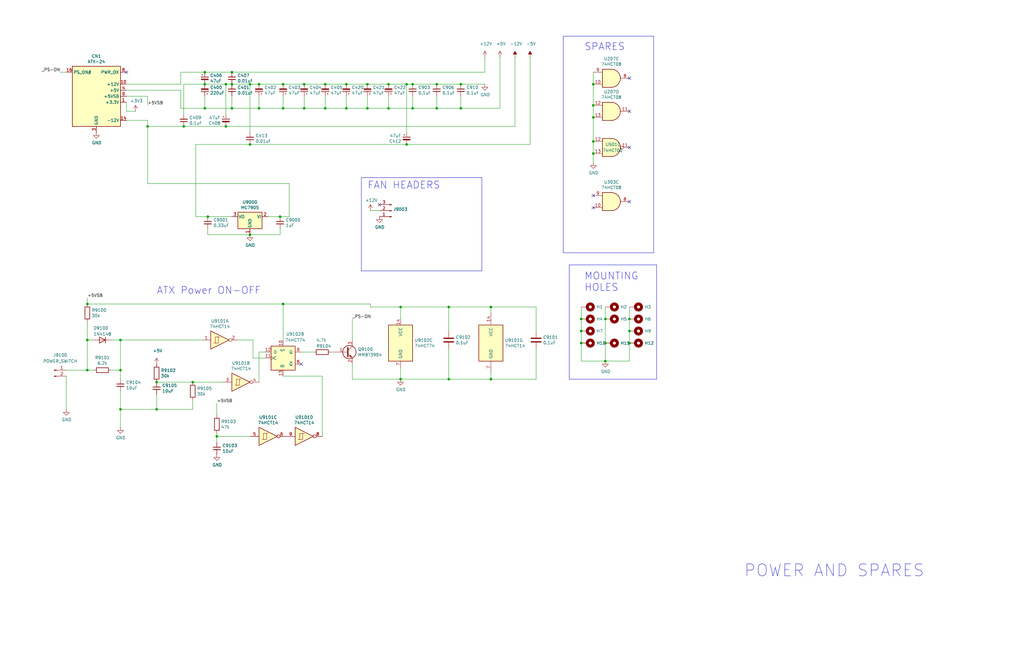
<source format=kicad_sch>
(kicad_sch (version 20231120) (generator "eeschema") (generator_version "8.0")
  (paper "B")
  (title_block (title "Amiga 2000 EATX") (date "2024-06-02") (rev "3.1"))
  (lib_symbols
    (symbol "2000ATX-rescue:+3.3V-power" (power) (pin_names (offset 0))
      (property "Value" "+3.3V-power" (at 0 3.556 0))
      (symbol "+3.3V-power_1_1"
        (pin power_in line (at 0 0 90) (length 0) hide (name "+3V3") (number "1"))
      )
    )
    (symbol "2000ATX-rescue:CP_Small-Device" (pin_numbers hide) (pin_names (offset 0.254) hide)
      (property "Reference" "C" (at 0.254 1.778 0))
      (property "Value" "Device_CP_Small" (at 0.254 -2.032 0))
      (symbol "CP_Small-Device_1_1"
        (pin passive line (at 0 2.54 270) (length 1.8542) (name "~") (number "1"))
        (pin passive line (at 0 -2.54 90) (length 1.8542) (name "~") (number "2"))
      )
    )
    (symbol "2000ATX-rescue:Conn_01x02_Male-Connector" (pin_names (offset 1.016) hide)
      (property "Reference" "J" (at 0 2.54 0))
      (property "Value" "Connector_Conn_01x02_Male" (at 0 -5.08 0))
      (symbol "Conn_01x02_Male-Connector_1_1"
        (pin passive line (at 5.08 0 180) (length 3.81) (name "Pin_1") (number "1"))
        (pin passive line (at 5.08 -2.54 180) (length 3.81) (name "Pin_2") (number "2"))
      )
    )
    (symbol "2000ATX-rescue:Conn_01x03_Male-Connector" (pin_names (offset 1.016) hide)
      (property "Reference" "J" (at 0 5.08 0))
      (property "Value" "Connector_Conn_01x03_Male" (at 0 -5.08 0))
      (symbol "Conn_01x03_Male-Connector_1_1"
        (pin passive line (at 5.08 2.54 180) (length 3.81) (name "Pin_1") (number "1"))
        (pin passive line (at 5.08 0 180) (length 3.81) (name "Pin_2") (number "2"))
        (pin passive line (at 5.08 -2.54 180) (length 3.81) (name "Pin_3") (number "3"))
      )
    )
    (symbol "74xx:74HC14" (pin_names (offset 1.016))
      (property "Reference" "U" (at 0 1.27 0))
      (property "Value" "74HC14" (at 0 -1.27 0))
      (symbol "74HC14_1_0"
        (pin input line (at -7.62 0 0) (length 3.81) (name "~") (number "1"))
        (pin output inverted (at 7.62 0 180) (length 3.81) (name "~") (number "2"))
      )
      (symbol "74HC14_2_0"
        (pin input line (at -7.62 0 0) (length 3.81) (name "~") (number "3"))
        (pin output inverted (at 7.62 0 180) (length 3.81) (name "~") (number "4"))
      )
      (symbol "74HC14_3_0"
        (pin input line (at -7.62 0 0) (length 3.81) (name "~") (number "5"))
        (pin output inverted (at 7.62 0 180) (length 3.81) (name "~") (number "6"))
      )
      (symbol "74HC14_4_0"
        (pin output inverted (at 7.62 0 180) (length 3.81) (name "~") (number "8"))
        (pin input line (at -7.62 0 0) (length 3.81) (name "~") (number "9"))
      )
      (symbol "74HC14_5_0"
        (pin output inverted (at 7.62 0 180) (length 3.81) (name "~") (number "10"))
        (pin input line (at -7.62 0 0) (length 3.81) (name "~") (number "11"))
      )
      (symbol "74HC14_6_0"
        (pin output inverted (at 7.62 0 180) (length 3.81) (name "~") (number "12"))
        (pin input line (at -7.62 0 0) (length 3.81) (name "~") (number "13"))
      )
      (symbol "74HC14_7_0"
        (pin power_in line (at 0 12.7 270) (length 5.08) (name "VCC") (number "14"))
        (pin power_in line (at 0 -12.7 90) (length 5.08) (name "GND") (number "7"))
      )
    )
    (symbol "74xx:74HC74" (pin_names (offset 1.016))
      (property "Reference" "U" (at -7.62 8.89 0))
      (property "Value" "74HC74" (at -7.62 -8.89 0))
      (symbol "74HC74_1_0"
        (pin input line (at 0 -7.62 90) (length 2.54) (name "~{R}") (number "1"))
        (pin input line (at -7.62 2.54 0) (length 2.54) (name "D") (number "2"))
        (pin input clock (at -7.62 0 0) (length 2.54) (name "C") (number "3"))
        (pin input line (at 0 7.62 270) (length 2.54) (name "~{S}") (number "4"))
        (pin output line (at 7.62 2.54 180) (length 2.54) (name "Q") (number "5"))
        (pin output line (at 7.62 -2.54 180) (length 2.54) (name "~{Q}") (number "6"))
      )
      (symbol "74HC74_2_0"
        (pin input line (at 0 7.62 270) (length 2.54) (name "~{S}") (number "10"))
        (pin input clock (at -7.62 0 0) (length 2.54) (name "C") (number "11"))
        (pin input line (at -7.62 2.54 0) (length 2.54) (name "D") (number "12"))
        (pin input line (at 0 -7.62 90) (length 2.54) (name "~{R}") (number "13"))
        (pin output line (at 7.62 -2.54 180) (length 2.54) (name "~{Q}") (number "8"))
        (pin output line (at 7.62 2.54 180) (length 2.54) (name "Q") (number "9"))
      )
      (symbol "74HC74_3_0"
        (pin power_in line (at 0 10.16 270) (length 2.54) (name "VCC") (number "14"))
        (pin power_in line (at 0 -10.16 90) (length 2.54) (name "GND") (number "7"))
      )
    )
    (symbol "74xx:74LS00" (pin_names (offset 1.016))
      (property "Reference" "U501" (at -2.54 1.27 0))
      (property "Value" "74HCT00" (at -3.81 -1.27 0))
      (symbol "74LS00_1_1"
        (pin input line (at -7.62 2.54 0) (length 3.81) (name "~") (number "1"))
        (pin input line (at -7.62 -2.54 0) (length 3.81) (name "~") (number "2"))
        (pin output inverted (at 7.62 0 180) (length 3.81) (name "~") (number "3"))
      )
      (symbol "74LS00_1_2"
        (pin input inverted (at -7.62 2.54 0) (length 4.318) (name "~") (number "1"))
        (pin input inverted (at -7.62 -2.54 0) (length 4.318) (name "~") (number "2"))
        (pin output line (at 7.62 0 180) (length 3.81) (name "~") (number "3"))
      )
      (symbol "74LS00_2_1"
        (pin input line (at -7.62 2.54 0) (length 3.81) (name "~") (number "4"))
        (pin input line (at -7.62 -2.54 0) (length 3.81) (name "~") (number "5"))
        (pin output inverted (at 7.62 0 180) (length 3.81) (name "~") (number "6"))
      )
      (symbol "74LS00_2_2"
        (pin input inverted (at -7.62 2.54 0) (length 4.318) (name "~") (number "4"))
        (pin input inverted (at -7.62 -2.54 0) (length 4.318) (name "~") (number "5"))
        (pin output line (at 7.62 0 180) (length 3.81) (name "~") (number "6"))
      )
      (symbol "74LS00_3_1"
        (pin input line (at -7.62 -2.54 0) (length 3.81) (name "~") (number "10"))
        (pin output inverted (at 7.62 0 180) (length 3.81) (name "~") (number "8"))
        (pin input line (at -7.62 2.54 0) (length 3.81) (name "~") (number "9"))
      )
      (symbol "74LS00_3_2"
        (pin input inverted (at -7.62 -2.54 0) (length 4.318) (name "~") (number "10"))
        (pin output line (at 7.62 0 180) (length 3.81) (name "~") (number "8"))
        (pin input inverted (at -7.62 2.54 0) (length 4.318) (name "~") (number "9"))
      )
      (symbol "74LS00_4_1"
        (pin output inverted (at 7.62 0 180) (length 3.81) (name "~") (number "11"))
        (pin input line (at -7.62 2.54 0) (length 3.81) (name "~") (number "12"))
        (pin input line (at -7.62 -2.54 0) (length 3.81) (name "~") (number "13"))
      )
      (symbol "74LS00_4_2"
        (pin output line (at 7.62 0 180) (length 3.81) (name "~") (number "11"))
        (pin input inverted (at -7.62 2.54 0) (length 4.318) (name "~") (number "12"))
        (pin input inverted (at -7.62 -2.54 0) (length 4.318) (name "~") (number "13"))
      )
      (symbol "74LS00_5_0"
        (pin power_in line (at 0 10.16 270) (length 2.54) (name "VCC") (number "14"))
        (pin power_in line (at 0 -10.16 90) (length 2.54) (name "GND") (number "7"))
      )
    )
    (symbol "74xx:74LS08" (pin_names (offset 1.016))
      (property "Reference" "U" (at 0 1.27 0))
      (property "Value" "74LS08" (at 0 -1.27 0))
      (symbol "74LS08_1_1"
        (pin input line (at -7.62 2.54 0) (length 3.81) (name "~") (number "1"))
        (pin input line (at -7.62 -2.54 0) (length 3.81) (name "~") (number "2"))
        (pin output line (at 7.62 0 180) (length 3.81) (name "~") (number "3"))
      )
      (symbol "74LS08_1_2"
        (pin input inverted (at -7.62 2.54 0) (length 4.318) (name "~") (number "1"))
        (pin input inverted (at -7.62 -2.54 0) (length 4.318) (name "~") (number "2"))
        (pin output inverted (at 7.62 0 180) (length 3.81) (name "~") (number "3"))
      )
      (symbol "74LS08_2_1"
        (pin input line (at -7.62 2.54 0) (length 3.81) (name "~") (number "4"))
        (pin input line (at -7.62 -2.54 0) (length 3.81) (name "~") (number "5"))
        (pin output line (at 7.62 0 180) (length 3.81) (name "~") (number "6"))
      )
      (symbol "74LS08_2_2"
        (pin input inverted (at -7.62 2.54 0) (length 4.318) (name "~") (number "4"))
        (pin input inverted (at -7.62 -2.54 0) (length 4.318) (name "~") (number "5"))
        (pin output inverted (at 7.62 0 180) (length 3.81) (name "~") (number "6"))
      )
      (symbol "74LS08_3_1"
        (pin input line (at -7.62 -2.54 0) (length 3.81) (name "~") (number "10"))
        (pin output line (at 7.62 0 180) (length 3.81) (name "~") (number "8"))
        (pin input line (at -7.62 2.54 0) (length 3.81) (name "~") (number "9"))
      )
      (symbol "74LS08_3_2"
        (pin input inverted (at -7.62 -2.54 0) (length 4.318) (name "~") (number "10"))
        (pin output inverted (at 7.62 0 180) (length 3.81) (name "~") (number "8"))
        (pin input inverted (at -7.62 2.54 0) (length 4.318) (name "~") (number "9"))
      )
      (symbol "74LS08_4_1"
        (pin output line (at 7.62 0 180) (length 3.81) (name "~") (number "11"))
        (pin input line (at -7.62 2.54 0) (length 3.81) (name "~") (number "12"))
        (pin input line (at -7.62 -2.54 0) (length 3.81) (name "~") (number "13"))
      )
      (symbol "74LS08_4_2"
        (pin output inverted (at 7.62 0 180) (length 3.81) (name "~") (number "11"))
        (pin input inverted (at -7.62 2.54 0) (length 4.318) (name "~") (number "12"))
        (pin input inverted (at -7.62 -2.54 0) (length 4.318) (name "~") (number "13"))
      )
      (symbol "74LS08_5_0"
        (pin power_in line (at 0 12.7 270) (length 5.08) (name "VCC") (number "14"))
        (pin power_in line (at 0 -12.7 90) (length 5.08) (name "GND") (number "7"))
      )
    )
    (symbol "Amiga-Library:ATX-24-Amiga"
      (property "Reference" "CN400" (at 0 16.9418 0))
      (property "Value" "ATX-24" (at 0 14.6304 0))
      (symbol "ATX-24-Amiga_0_0"
        (pin power_out line (at 12.7 -2.54 180) (length 2.54) (name "+3.3V") (number "1"))
        (pin power_out line (at 12.7 -2.54 180) (length 2.54) hide (name "+3.3V") (number "13"))
        (pin power_out line (at 12.7 -2.54 180) (length 2.54) hide (name "+3.3V") (number "2"))
      )
      (symbol "ATX-24-Amiga_1_0"
        (pin power_out line (at 12.7 -2.54 180) (length 2.54) hide (name "+3.3V") (number "12"))
      )
      (symbol "ATX-24-Amiga_1_1"
        (pin power_out line (at 12.7 5.08 180) (length 2.54) (name "+12V") (number "10"))
        (pin passive line (at 12.7 5.08 180) (length 2.54) hide (name "+12V") (number "11"))
        (pin power_out line (at 12.7 -10.16 180) (length 2.54) (name "-12V") (number "14"))
        (pin passive line (at 0 -15.24 90) (length 2.54) hide (name "GND") (number "15"))
        (pin open_collector line (at -12.7 10.16 0) (length 2.54) (name "PS_ON#") (number "16"))
        (pin passive line (at 0 -15.24 90) (length 2.54) hide (name "GND") (number "17"))
        (pin passive line (at 0 -15.24 90) (length 2.54) hide (name "GND") (number "18"))
        (pin passive line (at 0 -15.24 90) (length 2.54) hide (name "GND") (number "19"))
        (pin no_connect line (at -10.16 0 0) (length 2.54) hide (name "NC") (number "20"))
        (pin passive line (at 12.7 2.54 180) (length 2.54) hide (name "+5V") (number "21"))
        (pin passive line (at 12.7 2.54 180) (length 2.54) hide (name "+5V") (number "22"))
        (pin passive line (at 12.7 2.54 180) (length 2.54) hide (name "+5V") (number "23"))
        (pin passive line (at 0 -15.24 90) (length 2.54) hide (name "GND") (number "24"))
        (pin power_out line (at 0 -15.24 90) (length 2.54) (name "GND") (number "3"))
        (pin power_out line (at 12.7 2.54 180) (length 2.54) (name "+5V") (number "4"))
        (pin passive line (at 0 -15.24 90) (length 2.54) hide (name "GND") (number "5"))
        (pin passive line (at 12.7 2.54 180) (length 2.54) hide (name "+5V") (number "6"))
        (pin passive line (at 0 -15.24 90) (length 2.54) hide (name "GND") (number "7"))
        (pin output line (at 12.7 10.16 180) (length 2.54) (name "PWR_OK") (number "8"))
        (pin power_out line (at 12.7 0 180) (length 2.54) (name "+5VSB") (number "9"))
      )
    )
    (symbol "Device:C" (pin_numbers hide) (pin_names (offset 0.254))
      (property "Reference" "C" (at 0.635 2.54 0))
      (property "Value" "C" (at 0.635 -2.54 0))
      (symbol "C_1_1"
        (pin passive line (at 0 3.81 270) (length 2.794) (name "~") (number "1"))
        (pin passive line (at 0 -3.81 90) (length 2.794) (name "~") (number "2"))
      )
    )
    (symbol "Device:C_Small" (pin_numbers hide) (pin_names (offset 0.254) hide)
      (property "Reference" "C" (at 0.254 1.778 0))
      (property "Value" "C_Small" (at 0.254 -2.032 0))
      (symbol "C_Small_1_1"
        (pin passive line (at 0 2.54 270) (length 2.032) (name "~") (number "1"))
        (pin passive line (at 0 -2.54 90) (length 2.032) (name "~") (number "2"))
      )
    )
    (symbol "Device:D" (pin_numbers hide) (pin_names (offset 1.016) hide)
      (property "Reference" "D" (at 0 2.54 0))
      (property "Value" "D" (at 0 -2.54 0))
      (symbol "D_1_1"
        (pin passive line (at -3.81 0 0) (length 2.54) (name "K") (number "1"))
        (pin passive line (at 3.81 0 180) (length 2.54) (name "A") (number "2"))
      )
    )
    (symbol "Device:R" (pin_numbers hide) (pin_names (offset 0))
      (property "Reference" "R" (at 2.032 0 90))
      (property "Value" "R" (at 0 0 90))
      (symbol "R_1_1"
        (pin passive line (at 0 3.81 270) (length 1.27) (name "~") (number "1"))
        (pin passive line (at 0 -3.81 90) (length 1.27) (name "~") (number "2"))
      )
    )
    (symbol "Mechanical:MountingHole_Pad" (pin_numbers hide) (pin_names (offset 1.016) hide)
      (property "Reference" "H" (at 0 6.35 0))
      (property "Value" "MountingHole_Pad" (at 0 4.445 0))
      (symbol "MountingHole_Pad_1_1"
        (pin input line (at 0 -2.54 90) (length 2.54) (name "1") (number "1"))
      )
    )
    (symbol "Regulator_Linear:MC7905" (pin_names (offset 0.254))
      (property "Reference" "U" (at -3.81 -3.175 0))
      (property "Value" "MC7905" (at 0 -3.175 0))
      (symbol "MC7905_1_1"
        (pin power_in line (at 0 7.62 270) (length 2.54) (name "GND") (number "1"))
        (pin power_in line (at -7.62 0 0) (length 2.54) (name "VI") (number "2"))
        (pin power_out line (at 7.62 0 180) (length 2.54) (name "VO") (number "3"))
      )
    )
    (symbol "Transistor_BJT:MMBT3904" (pin_names (offset 0) hide)
      (property "Reference" "Q" (at 5.08 1.905 0))
      (property "Value" "MMBT3904" (at 5.08 0 0))
      (symbol "MMBT3904_1_1"
        (pin input line (at -5.08 0 0) (length 5.715) (name "B") (number "1"))
        (pin passive line (at 2.54 -5.08 90) (length 2.54) (name "E") (number "2"))
        (pin passive line (at 2.54 5.08 270) (length 2.54) (name "C") (number "3"))
      )
    )
    (symbol "power:+12V" (power) (pin_names (offset 0))
      (property "Value" "+12V" (at 0 3.556 0))
      (symbol "+12V_1_1"
        (pin power_in line (at 0 0 90) (length 0) hide (name "+12V") (number "1"))
      )
    )
    (symbol "power:+5V" (power) (pin_names (offset 0))
      (property "Value" "+5V" (at 0 3.556 0))
      (symbol "+5V_1_1"
        (pin power_in line (at 0 0 90) (length 0) hide (name "+5V") (number "1"))
      )
    )
    (symbol "power:-12V" (power) (pin_names (offset 0))
      (property "Value" "-12V" (at 0 3.81 0))
      (symbol "-12V_0_0"
        (pin power_in line (at 0 0 90) (length 0) hide (name "-12V") (number "1"))
      )
    )
    (symbol "power:-5V" (power) (pin_names (offset 0))
      (property "Value" "-5V" (at 0 3.81 0))
      (symbol "-5V_0_0"
        (pin power_in line (at 0 0 90) (length 0) hide (name "-5V") (number "1"))
      )
    )
    (symbol "power:GND" (power) (pin_names (offset 0))
      (property "Value" "GND" (at 0 -3.81 0))
      (symbol "GND_1_1"
        (pin power_in line (at 0 0 270) (length 0) hide (name "GND") (number "1"))
      )
    )
  )
  (junction (at 128.27 45.72))
  (junction (at 184.15 35.56))
  (junction (at 250.19 35.56))
  (junction (at 265.43 139.7))
  (junction (at 118.11 91.44))
  (junction (at 250.19 44.45))
  (junction (at 250.19 59.69))
  (junction (at 119.38 128.27))
  (junction (at 245.11 139.7))
  (junction (at 86.36 35.56))
  (junction (at 86.36 45.72))
  (junction (at 173.99 35.56))
  (junction (at 189.23 129.54))
  (junction (at 265.43 144.78))
  (junction (at 81.28 161.29))
  (junction (at 109.22 45.72))
  (junction (at 97.79 35.56))
  (junction (at 163.83 35.56))
  (junction (at 66.04 172.72))
  (junction (at 105.41 99.06))
  (junction (at 97.79 45.72))
  (junction (at 163.83 45.72))
  (junction (at 137.16 45.72))
  (junction (at 36.83 143.51))
  (junction (at 265.43 134.62))
  (junction (at 245.11 144.78))
  (junction (at 77.47 53.34))
  (junction (at 245.11 134.62))
  (junction (at 207.01 129.54))
  (junction (at 105.41 35.56))
  (junction (at 86.36 30.48))
  (junction (at 255.27 144.78))
  (junction (at 173.99 45.72))
  (junction (at 119.38 35.56))
  (junction (at 50.8 143.51))
  (junction (at 119.38 45.72))
  (junction (at 171.45 35.56))
  (junction (at 109.22 35.56))
  (junction (at 184.15 45.72))
  (junction (at 154.94 45.72))
  (junction (at 171.45 60.96))
  (junction (at 105.41 60.96))
  (junction (at 189.23 160.02))
  (junction (at 194.31 35.56))
  (junction (at 91.44 184.15))
  (junction (at 250.19 49.53))
  (junction (at 62.23 53.34))
  (junction (at 50.8 156.21))
  (junction (at 255.27 134.62))
  (junction (at 168.91 129.54))
  (junction (at 168.91 160.02))
  (junction (at 128.27 35.56))
  (junction (at 50.8 172.72))
  (junction (at 36.83 128.27))
  (junction (at 66.04 161.29))
  (junction (at 95.25 53.34))
  (junction (at 87.63 91.44))
  (junction (at 207.01 160.02))
  (junction (at 146.05 35.56))
  (junction (at 97.79 30.48))
  (junction (at 250.19 64.77))
  (junction (at 137.16 35.56))
  (junction (at 95.25 35.56))
  (junction (at 36.83 156.21))
  (junction (at 146.05 45.72))
  (junction (at 154.94 35.56))
  (junction (at 194.31 45.72))
  (junction (at 255.27 152.4))
  (no_connect (at 127 153.67))
  (no_connect (at 53.34 30.48))
  (no_connect (at 265.43 85.09))
  (no_connect (at 250.19 87.63))
  (no_connect (at 160.02 86.36))
  (no_connect (at 265.43 33.02))
  (no_connect (at 265.43 62.23))
  (no_connect (at 265.43 46.99))
  (no_connect (at 250.19 82.55))
  (wire (pts (xy 105.41 60.96) (xy 171.45 60.96)))
  (wire (pts (xy 86.36 30.48) (xy 97.79 30.48)))
  (wire (pts (xy 173.99 35.56) (xy 184.15 35.56)))
  (wire (pts (xy 81.28 161.29) (xy 93.98 161.29)))
  (wire (pts (xy 86.36 35.56) (xy 95.25 35.56)))
  (wire (pts (xy 106.68 151.13) (xy 106.68 143.51)))
  (wire (pts (xy 62.23 40.64) (xy 62.23 44.45)))
  (wire (pts (xy 119.38 45.72) (xy 128.27 45.72)))
  (wire (pts (xy 173.99 45.72) (xy 184.15 45.72)))
  (wire (pts (xy 245.11 144.78) (xy 245.11 139.7)))
  (wire (pts (xy 86.36 35.56) (xy 77.47 35.56)))
  (wire (pts (xy 184.15 40.64) (xy 184.15 45.72)))
  (wire (pts (xy 154.94 40.64) (xy 154.94 45.72)))
  (wire (pts (xy 250.19 64.77) (xy 250.19 68.58)))
  (wire (pts (xy 156.21 128.27) (xy 156.21 129.54)))
  (wire (pts (xy 105.41 99.06) (xy 118.11 99.06)))
  (wire (pts (xy 250.19 49.53) (xy 250.19 44.45)))
  (wire (pts (xy 148.59 134.62) (xy 148.59 143.51)))
  (wire (pts (xy 95.25 48.26) (xy 95.25 35.56)))
  (wire (pts (xy 207.01 129.54) (xy 226.06 129.54)))
  (wire (pts (xy 39.37 143.51) (xy 36.83 143.51)))
  (wire (pts (xy 265.43 129.54) (xy 265.43 134.62)))
  (wire (pts (xy 91.44 184.15) (xy 105.41 184.15)))
  (wire (pts (xy 91.44 184.15) (xy 91.44 182.88)))
  (wire (pts (xy 109.22 35.56) (xy 119.38 35.56)))
  (wire (pts (xy 50.8 172.72) (xy 50.8 180.34)))
  (wire (pts (xy 50.8 160.02) (xy 50.8 156.21)))
  (wire (pts (xy 82.55 60.96) (xy 82.55 91.44)))
  (wire (pts (xy 245.11 152.4) (xy 245.11 144.78)))
  (wire (pts (xy 207.01 157.48) (xy 207.01 160.02)))
  (polyline (pts (xy 237.49 15.24) (xy 275.59 15.24)))
  (wire (pts (xy 111.76 148.59) (xy 109.22 148.59)))
  (wire (pts (xy 250.19 59.69) (xy 250.19 49.53)))
  (wire (pts (xy 111.76 151.13) (xy 106.68 151.13)))
  (wire (pts (xy 163.83 35.56) (xy 171.45 35.56)))
  (wire (pts (xy 62.23 53.34) (xy 62.23 77.47)))
  (wire (pts (xy 53.34 35.56) (xy 76.2 35.56)))
  (wire (pts (xy 77.47 53.34) (xy 95.25 53.34)))
  (wire (pts (xy 265.43 144.78) (xy 265.43 152.4)))
  (wire (pts (xy 255.27 152.4) (xy 245.11 152.4)))
  (wire (pts (xy 113.03 91.44) (xy 118.11 91.44)))
  (wire (pts (xy 81.28 168.91) (xy 81.28 172.72)))
  (polyline (pts (xy 152.4 74.93) (xy 152.4 114.3)))
  (wire (pts (xy 189.23 129.54) (xy 207.01 129.54)))
  (wire (pts (xy 128.27 35.56) (xy 137.16 35.56)))
  (wire (pts (xy 163.83 45.72) (xy 173.99 45.72)))
  (wire (pts (xy 50.8 165.1) (xy 50.8 172.72)))
  (polyline (pts (xy 203.2 74.93) (xy 152.4 74.93)))
  (wire (pts (xy 128.27 45.72) (xy 137.16 45.72)))
  (wire (pts (xy 163.83 40.64) (xy 163.83 45.72)))
  (wire (pts (xy 36.83 135.89) (xy 36.83 143.51)))
  (wire (pts (xy 137.16 35.56) (xy 146.05 35.56)))
  (wire (pts (xy 119.38 128.27) (xy 156.21 128.27)))
  (wire (pts (xy 36.83 143.51) (xy 36.83 156.21)))
  (wire (pts (xy 91.44 170.18) (xy 91.44 175.26)))
  (wire (pts (xy 168.91 129.54) (xy 156.21 129.54)))
  (wire (pts (xy 146.05 40.64) (xy 146.05 45.72)))
  (wire (pts (xy 189.23 160.02) (xy 207.01 160.02)))
  (wire (pts (xy 226.06 129.54) (xy 226.06 139.7)))
  (wire (pts (xy 119.38 40.64) (xy 119.38 45.72)))
  (wire (pts (xy 66.04 161.29) (xy 81.28 161.29)))
  (wire (pts (xy 105.41 99.06) (xy 87.63 99.06)))
  (wire (pts (xy 139.7 148.59) (xy 140.97 148.59)))
  (wire (pts (xy 97.79 30.48) (xy 204.47 30.48)))
  (wire (pts (xy 119.38 143.51) (xy 119.38 128.27)))
  (wire (pts (xy 189.23 129.54) (xy 189.23 139.7)))
  (wire (pts (xy 135.89 184.15) (xy 135.89 158.75)))
  (wire (pts (xy 53.34 43.18) (xy 53.34 46.99)))
  (wire (pts (xy 210.82 24.13) (xy 210.82 45.72)))
  (wire (pts (xy 27.94 172.72) (xy 27.94 158.75)))
  (wire (pts (xy 97.79 45.72) (xy 109.22 45.72)))
  (wire (pts (xy 105.41 35.56) (xy 105.41 55.88)))
  (wire (pts (xy 154.94 45.72) (xy 163.83 45.72)))
  (wire (pts (xy 62.23 50.8) (xy 62.23 53.34)))
  (wire (pts (xy 207.01 160.02) (xy 226.06 160.02)))
  (wire (pts (xy 223.52 60.96) (xy 223.52 24.13)))
  (wire (pts (xy 50.8 143.51) (xy 50.8 156.21)))
  (wire (pts (xy 97.79 91.44) (xy 87.63 91.44)))
  (wire (pts (xy 86.36 40.64) (xy 86.36 45.72)))
  (wire (pts (xy 86.36 45.72) (xy 97.79 45.72)))
  (polyline (pts (xy 237.49 106.68) (xy 275.59 106.68)))
  (wire (pts (xy 184.15 45.72) (xy 194.31 45.72)))
  (wire (pts (xy 250.19 44.45) (xy 250.19 35.56)))
  (wire (pts (xy 53.34 38.1) (xy 76.2 38.1)))
  (wire (pts (xy 135.89 158.75) (xy 119.38 158.75)))
  (wire (pts (xy 189.23 147.32) (xy 189.23 160.02)))
  (wire (pts (xy 189.23 160.02) (xy 168.91 160.02)))
  (wire (pts (xy 255.27 129.54) (xy 255.27 134.62)))
  (wire (pts (xy 137.16 40.64) (xy 137.16 45.72)))
  (polyline (pts (xy 276.86 111.76) (xy 240.03 111.76)))
  (wire (pts (xy 106.68 143.51) (xy 100.33 143.51)))
  (wire (pts (xy 168.91 129.54) (xy 168.91 134.62)))
  (wire (pts (xy 118.11 99.06) (xy 118.11 96.52)))
  (wire (pts (xy 154.94 35.56) (xy 163.83 35.56)))
  (wire (pts (xy 250.19 35.56) (xy 250.19 30.48)))
  (wire (pts (xy 91.44 186.69) (xy 91.44 184.15)))
  (wire (pts (xy 250.19 64.77) (xy 250.19 59.69)))
  (wire (pts (xy 25.4 30.48) (xy 27.94 30.48)))
  (polyline (pts (xy 240.03 111.76) (xy 240.03 160.02)))
  (wire (pts (xy 255.27 144.78) (xy 255.27 152.4)))
  (wire (pts (xy 194.31 35.56) (xy 204.47 35.56)))
  (wire (pts (xy 53.34 50.8) (xy 62.23 50.8)))
  (wire (pts (xy 95.25 35.56) (xy 97.79 35.56)))
  (polyline (pts (xy 152.4 114.3) (xy 203.2 114.3)))
  (wire (pts (xy 245.11 139.7) (xy 245.11 134.62)))
  (wire (pts (xy 39.37 156.21) (xy 36.83 156.21)))
  (wire (pts (xy 109.22 148.59) (xy 109.22 161.29)))
  (wire (pts (xy 95.25 53.34) (xy 217.17 53.34)))
  (wire (pts (xy 207.01 132.08) (xy 207.01 129.54)))
  (wire (pts (xy 265.43 134.62) (xy 265.43 139.7)))
  (polyline (pts (xy 203.2 114.3) (xy 203.2 74.93)))
  (wire (pts (xy 76.2 45.72) (xy 86.36 45.72)))
  (wire (pts (xy 265.43 139.7) (xy 265.43 144.78)))
  (wire (pts (xy 255.27 134.62) (xy 255.27 144.78)))
  (wire (pts (xy 148.59 153.67) (xy 148.59 160.02)))
  (wire (pts (xy 53.34 46.99) (xy 57.15 46.99)))
  (wire (pts (xy 168.91 154.94) (xy 168.91 160.02)))
  (wire (pts (xy 87.63 91.44) (xy 82.55 91.44)))
  (wire (pts (xy 36.83 128.27) (xy 119.38 128.27)))
  (wire (pts (xy 77.47 53.34) (xy 62.23 53.34)))
  (wire (pts (xy 146.05 45.72) (xy 154.94 45.72)))
  (wire (pts (xy 194.31 45.72) (xy 210.82 45.72)))
  (wire (pts (xy 127 148.59) (xy 132.08 148.59)))
  (polyline (pts (xy 275.59 15.24) (xy 275.59 106.68)))
  (wire (pts (xy 50.8 143.51) (xy 85.09 143.51)))
  (wire (pts (xy 137.16 45.72) (xy 146.05 45.72)))
  (wire (pts (xy 105.41 60.96) (xy 82.55 60.96)))
  (wire (pts (xy 62.23 77.47) (xy 121.92 77.47)))
  (wire (pts (xy 76.2 38.1) (xy 76.2 45.72)))
  (wire (pts (xy 105.41 35.56) (xy 109.22 35.56)))
  (wire (pts (xy 245.11 134.62) (xy 245.11 129.54)))
  (wire (pts (xy 168.91 160.02) (xy 148.59 160.02)))
  (wire (pts (xy 109.22 45.72) (xy 119.38 45.72)))
  (wire (pts (xy 119.38 35.56) (xy 128.27 35.56)))
  (polyline (pts (xy 237.49 15.24) (xy 237.49 106.68)))
  (wire (pts (xy 36.83 125.73) (xy 36.83 128.27)))
  (wire (pts (xy 76.2 35.56) (xy 76.2 30.48)))
  (wire (pts (xy 46.99 156.21) (xy 50.8 156.21)))
  (wire (pts (xy 204.47 30.48) (xy 204.47 24.13)))
  (wire (pts (xy 77.47 35.56) (xy 77.47 48.26)))
  (wire (pts (xy 66.04 172.72) (xy 50.8 172.72)))
  (wire (pts (xy 171.45 60.96) (xy 223.52 60.96)))
  (wire (pts (xy 109.22 40.64) (xy 109.22 45.72)))
  (wire (pts (xy 128.27 40.64) (xy 128.27 45.72)))
  (wire (pts (xy 118.11 91.44) (xy 121.92 91.44)))
  (wire (pts (xy 184.15 35.56) (xy 194.31 35.56)))
  (wire (pts (xy 194.31 40.64) (xy 194.31 45.72)))
  (wire (pts (xy 189.23 129.54) (xy 168.91 129.54)))
  (wire (pts (xy 171.45 55.88) (xy 171.45 35.56)))
  (wire (pts (xy 171.45 35.56) (xy 173.99 35.56)))
  (wire (pts (xy 87.63 99.06) (xy 87.63 96.52)))
  (polyline (pts (xy 276.86 160.02) (xy 276.86 111.76)))
  (polyline (pts (xy 240.03 160.02) (xy 276.86 160.02)))
  (wire (pts (xy 97.79 40.64) (xy 97.79 45.72)))
  (wire (pts (xy 66.04 166.37) (xy 66.04 172.72)))
  (wire (pts (xy 121.92 91.44) (xy 121.92 77.47)))
  (wire (pts (xy 76.2 30.48) (xy 86.36 30.48)))
  (wire (pts (xy 226.06 160.02) (xy 226.06 147.32)))
  (wire (pts (xy 173.99 40.64) (xy 173.99 45.72)))
  (wire (pts (xy 27.94 156.21) (xy 36.83 156.21)))
  (wire (pts (xy 53.34 40.64) (xy 62.23 40.64)))
  (wire (pts (xy 50.8 143.51) (xy 46.99 143.51)))
  (wire (pts (xy 146.05 35.56) (xy 154.94 35.56)))
  (wire (pts (xy 66.04 172.72) (xy 81.28 172.72)))
  (wire (pts (xy 265.43 152.4) (xy 255.27 152.4)))
  (wire (pts (xy 97.79 35.56) (xy 105.41 35.56)))
  (wire (pts (xy 217.17 53.34) (xy 217.17 24.13)))
  (wire (pts (xy 160.02 88.9) (xy 156.21 88.9)))
  (text "SPARES" (at 246.38 21.59 0) (effects (font (size 2.9972 2.9972)) (justify left bottom)))
  (text "ATX Power ON-OFF" (at 66.04 124.46 0) (effects (font (size 2.9972 2.9972)) (justify left bottom)))
  (text "POWER AND SPARES" (at 313.69 243.84 0) (effects (font (size 5.0038 5.0038)) (justify left bottom)))
  (text "MOUNTING\nHOLES" (at 246.38 123.19 0) (effects (font (size 2.9972 2.9972)) (justify left bottom)))
  (text "FAN HEADERS" (at 154.94 80.01 0) (effects (font (size 2.9972 2.9972)) (justify left bottom)))
  (label "_PS-ON" (at 148.59 134.62 0))
  (label "+5VSB" (at 36.83 125.73 0))
  (label "_PS-ON" (at 25.4 30.48 180))
  (label "+5VSB" (at 91.44 170.18 0))
  (label "+5VSB" (at 62.23 44.45 0))
  (symbol (lib_id "Mechanical:MountingHole_Pad") (at 247.65 129.54 270) (unit 1)
    (property "Reference" "H1" (at 251.46 129.54 90) (effects (justify left)))
    (property "Value" "MountingHole_Pad" (effects (hide yes)))
    (property "Footprint" "AmigaFootprints:MountingHole_Pad" (effects (hide yes)))
  )
  (symbol (lib_id "Mechanical:MountingHole_Pad") (at 247.65 134.62 270) (unit 1)
    (property "Reference" "H4" (at 251.46 134.62 90) (effects (justify left)))
    (property "Value" "MountingHole_Pad" (effects (hide yes)))
    (property "Footprint" "AmigaFootprints:MountingHole_Pad" (effects (hide yes)))
  )
  (symbol (lib_id "Mechanical:MountingHole_Pad") (at 247.65 139.7 270) (unit 1)
    (property "Reference" "H7" (at 251.46 139.7 90) (effects (justify left)))
    (property "Value" "MountingHole_Pad" (effects (hide yes)))
    (property "Footprint" "AmigaFootprints:MountingHole_Pad" (effects (hide yes)))
  )
  (symbol (lib_id "Mechanical:MountingHole_Pad") (at 247.65 144.78 270) (unit 1)
    (property "Reference" "H10" (at 251.46 144.78 90) (effects (justify left)))
    (property "Value" "MountingHole_Pad" (effects (hide yes)))
    (property "Footprint" "AmigaFootprints:MountingHole_Pad" (effects (hide yes)))
  )
  (symbol (lib_id "Mechanical:MountingHole_Pad") (at 257.81 129.54 270) (unit 1)
    (property "Reference" "H2" (at 261.62 129.54 90) (effects (justify left)))
    (property "Value" "MountingHole_Pad" (effects (hide yes)))
    (property "Footprint" "AmigaFootprints:MountingHole_Pad" (effects (hide yes)))
  )
  (symbol (lib_id "Mechanical:MountingHole_Pad") (at 257.81 134.62 270) (unit 1)
    (property "Reference" "H5" (at 261.62 134.62 90) (effects (justify left)))
    (property "Value" "MountingHole_Pad" (effects (hide yes)))
    (property "Footprint" "AmigaFootprints:MountingHole_Pad" (effects (hide yes)))
  )
  (symbol (lib_id "Mechanical:MountingHole_Pad") (at 257.81 144.78 270) (unit 1)
    (property "Reference" "H11" (at 261.62 144.78 90) (effects (justify left)))
    (property "Value" "MountingHole_Pad" (effects (hide yes)))
    (property "Footprint" "AmigaFootprints:MountingHole_Pad" (effects (hide yes)))
  )
  (symbol (lib_id "Mechanical:MountingHole_Pad") (at 267.97 129.54 270) (unit 1)
    (property "Reference" "H3" (at 271.78 129.54 90) (effects (justify left)))
    (property "Value" "MountingHole_Pad" (effects (hide yes)))
    (property "Footprint" "AmigaFootprints:MountingHole_Pad" (effects (hide yes)))
  )
  (symbol (lib_id "Mechanical:MountingHole_Pad") (at 267.97 134.62 270) (unit 1)
    (property "Reference" "H6" (at 271.78 134.62 90) (effects (justify left)))
    (property "Value" "MountingHole_Pad" (effects (hide yes)))
    (property "Footprint" "AmigaFootprints:MountingHole_Pad" (effects (hide yes)))
  )
  (symbol (lib_id "Mechanical:MountingHole_Pad") (at 267.97 144.78 270) (unit 1)
    (property "Reference" "H12" (at 271.78 144.78 90) (effects (justify left)))
    (property "Value" "MountingHole_Pad" (effects (hide yes)))
    (property "Footprint" "AmigaFootprints:MountingHole_Pad" (effects (hide yes)))
  )
  (symbol (lib_id "power:GND") (at 255.27 152.4 0) (unit 1)
    (property "Reference" "#PWR0357" (effects (hide yes)))
    (property "Value" "GND" (at 255.397 156.7942 0))
  )
  (symbol (lib_id "power:GND") (at 27.94 172.72 0) (unit 1)
    (property "Reference" "#PWR0177" (effects (hide yes)))
    (property "Value" "GND" (at 28.067 177.1142 0))
  )
  (symbol (lib_id "Device:C") (at 189.23 143.51 0) (unit 1)
    (property "Reference" "C9102" (at 192.151 142.3416 0) (effects (justify left)))
    (property "Value" "0.1uF" (at 192.151 144.653 0) (effects (justify left)))
    (property "Footprint" "Capacitor_SMD:C_1206_3216Metric" (effects (hide yes)))
  )
  (symbol (lib_id "Device:C") (at 226.06 143.51 0) (unit 1)
    (property "Reference" "C9101" (at 228.981 142.3416 0) (effects (justify left)))
    (property "Value" "0.1uF" (at 228.981 144.653 0) (effects (justify left)))
    (property "Footprint" "Capacitor_SMD:C_1206_3216Metric" (effects (hide yes)))
  )
  (symbol (lib_id "Regulator_Linear:MC7905") (at 105.41 91.44 180) (unit 1)
    (property "Reference" "U9000" (at 105.41 85.2932 0))
    (property "Value" "MC7905" (at 105.41 87.6046 0))
    (property "Footprint" "AmigaFootprints:TO-263-3_TabPin2" (effects (hide yes)))
    (property "Datasheet" "http://www.onsemi.com/pub/Collateral/MC7900-D.PDF" (effects (hide yes)))
  )
  (symbol (lib_id "power:GND") (at 105.41 99.06 0) (unit 1)
    (property "Reference" "#PWR0165" (effects (hide yes)))
    (property "Value" "GND" (at 105.537 103.4542 0))
  )
  (symbol (lib_id "power:GND") (at 40.64 55.88 0) (unit 1)
    (property "Reference" "#PWR0166" (effects (hide yes)))
    (property "Value" "GND" (at 40.767 60.2742 0))
  )
  (symbol (lib_id "power:-12V") (at 217.17 24.13 0) (unit 1)
    (property "Reference" "#PWR0167" (effects (hide yes)))
    (property "Value" "-12V" (at 217.6018 18.4658 0))
  )
  (symbol (lib_id "power:-5V") (at 223.52 24.13 0) (unit 1)
    (property "Reference" "#PWR0168" (effects (hide yes)))
    (property "Value" "-5V" (at 223.9518 18.4658 0))
  )
  (symbol (lib_id "Device:C_Small") (at 87.63 93.98 0) (unit 1)
    (property "Reference" "C9001" (at 89.9668 92.8116 0) (effects (justify left)))
    (property "Value" "0.33uF" (at 89.9668 95.123 0) (effects (justify left)))
    (property "Footprint" "Capacitor_SMD:C_1206_3216Metric" (effects (hide yes)))
  )
  (symbol (lib_id "Device:C_Small") (at 118.11 93.98 0) (unit 1)
    (property "Reference" "C9000" (at 120.4468 92.8116 0) (effects (justify left)))
    (property "Value" "1uF" (at 120.4468 95.123 0) (effects (justify left)))
    (property "Footprint" "Capacitor_SMD:C_1206_3216Metric" (effects (hide yes)))
  )
  (symbol (lib_id "2000ATX-rescue:Conn_01x02_Male-Connector") (at 22.86 156.21 0) (unit 1)
    (property "Reference" "J9100" (at 25.4 149.86 0))
    (property "Value" "POWER_SWITCH" (at 25.4 152.4 0))
    (property "Footprint" "Connector_PinHeader_2.54mm:PinHeader_1x02_P2.54mm_Vertical" (effects (hide yes)))
  )
  (symbol (lib_id "power:GND") (at 50.8 180.34 0) (unit 1)
    (property "Reference" "#PWR0169" (effects (hide yes)))
    (property "Value" "GND" (at 50.927 184.7342 0))
  )
  (symbol (lib_id "74xx:74HC14") (at 92.71 143.51 0) (unit 1)
    (property "Reference" "U9101" (at 92.71 135.4582 0))
    (property "Value" "74HCT14" (at 92.71 137.7696 0))
    (property "Footprint" "Package_SO:SOIC-14_3.9x8.7mm_P1.27mm" (effects (hide yes)))
    (property "Datasheet" "74xx/74hc_hct74.pdf" (effects (hide yes)))
  )
  (symbol (lib_id "74xx:74HC14") (at 113.03 184.15 0) (unit 3)
    (property "Reference" "U9101" (at 113.03 176.0982 0))
    (property "Value" "74HCT14" (at 113.03 178.4096 0))
    (property "Footprint" "Package_SO:SOIC-14_3.9x8.7mm_P1.27mm" (effects (hide yes)))
    (property "Datasheet" "74xx/74hc_hct74.pdf" (effects (hide yes)))
  )
  (symbol (lib_id "74xx:74HC14") (at 128.27 184.15 0) (unit 4)
    (property "Reference" "U9101" (at 128.27 176.0982 0))
    (property "Value" "74HCT14" (at 128.27 178.4096 0))
    (property "Footprint" "Package_SO:SOIC-14_3.9x8.7mm_P1.27mm" (effects (hide yes)))
    (property "Datasheet" "74xx/74hc_hct74.pdf" (effects (hide yes)))
  )
  (symbol (lib_id "74xx:74HC74") (at 119.38 151.13 0) (unit 2)
    (property "Reference" "U9102" (at 124.46 140.97 0))
    (property "Value" "74HCT74" (at 124.46 143.51 0))
    (property "Footprint" "Package_SO:SOIC-14_3.9x8.7mm_P1.27mm" (effects (hide yes)))
    (property "Datasheet" "74xx/74hc_hct74.pdf" (effects (hide yes)))
  )
  (symbol (lib_id "Device:R") (at 36.83 132.08 0) (unit 1)
    (property "Reference" "R9100" (at 38.608 130.9116 0) (effects (justify left)))
    (property "Value" "30k" (at 38.608 133.223 0) (effects (justify left)))
    (property "Footprint" "Resistor_SMD:R_1206_3216Metric" (effects (hide yes)))
  )
  (symbol (lib_id "Device:R") (at 66.04 157.48 0) (unit 1)
    (property "Reference" "R9102" (at 67.818 156.3116 0) (effects (justify left)))
    (property "Value" "30k" (at 67.818 158.623 0) (effects (justify left)))
    (property "Footprint" "Resistor_SMD:R_1206_3216Metric" (effects (hide yes)))
  )
  (symbol (lib_id "Device:R") (at 43.18 156.21 270) (unit 1)
    (property "Reference" "R9101" (at 43.18 150.9522 90))
    (property "Value" "6.2k" (at 43.18 153.2636 90))
    (property "Footprint" "Resistor_SMD:R_1206_3216Metric" (effects (hide yes)))
  )
  (symbol (lib_id "Device:D") (at 43.18 143.51 180) (unit 1)
    (property "Reference" "D9100" (at 45.72 138.43 0) (effects (justify left)))
    (property "Value" "1N4148" (at 46.99 140.97 0) (effects (justify left)))
    (property "Footprint" "Diode_SMD:D_SOD-323" (effects (hide yes)))
  )
  (symbol (lib_id "2000ATX-rescue:Conn_01x03_Male-Connector") (at 165.1 88.9 180) (unit 1)
    (property "Reference" "J9003" (at 165.8112 88.3412 0) (effects (justify right)))
    (property "Value" "Case Fan" (effects (hide yes)))
    (property "Footprint" "AmigaFootprints:FanHeader_1x03_P2.54mm_Vertical" (effects (hide yes)))
  )
  (symbol (lib_id "power:GND") (at 160.02 91.44 0) (unit 1)
    (property "Reference" "#PWR0212" (effects (hide yes)))
    (property "Value" "GND" (at 160.147 95.8342 0))
  )
  (symbol (lib_id "power:+12V") (at 156.21 88.9 0) (unit 1)
    (property "Reference" "#PWR0213" (effects (hide yes)))
    (property "Value" "+12V" (at 156.591 84.5058 0))
  )
  (symbol (lib_id "Device:C_Small") (at 50.8 162.56 0) (unit 1)
    (property "Reference" "C9104" (at 53.1368 161.3916 0) (effects (justify left)))
    (property "Value" "10uF" (at 53.1368 163.703 0) (effects (justify left)))
    (property "Footprint" "Capacitor_SMD:C_1206_3216Metric" (effects (hide yes)))
  )
  (symbol (lib_id "Device:C_Small") (at 91.44 189.23 0) (unit 1)
    (property "Reference" "C9103" (at 93.7768 188.0616 0) (effects (justify left)))
    (property "Value" "10uF" (at 93.7768 190.373 0) (effects (justify left)))
    (property "Footprint" "Capacitor_SMD:C_1206_3216Metric" (effects (hide yes)))
  )
  (symbol (lib_id "power:GND") (at 204.47 35.56 0) (unit 1)
    (property "Reference" "#PWR0170" (effects (hide yes)))
    (property "Value" "GND" (at 204.597 39.9542 0))
  )
  (symbol (lib_id "2000ATX-rescue:CP_Small-Device") (at 86.36 33.02 0) (unit 1)
    (property "Reference" "C406" (at 88.5952 31.8516 0) (effects (justify left)))
    (property "Value" "47uF" (at 88.5952 34.163 0) (effects (justify left)))
    (property "Footprint" "Capacitor_SMD:CP_Elec_8x10" (effects (hide yes)))
  )
  (symbol (lib_id "Device:C_Small") (at 97.79 33.02 0) (unit 1)
    (property "Reference" "C407" (at 100.1268 31.8516 0) (effects (justify left)))
    (property "Value" "0.01uf" (at 100.1268 34.163 0) (effects (justify left)))
    (property "Footprint" "Capacitor_SMD:C_1206_3216Metric" (effects (hide yes)))
  )
  (symbol (lib_id "power:+12V") (at 204.47 24.13 0) (unit 1)
    (property "Reference" "#PWR0171" (effects (hide yes)))
    (property "Value" "+12V" (at 204.9018 18.4658 0))
  )
  (symbol (lib_id "2000ATX-rescue:CP_Small-Device") (at 86.36 38.1 180) (unit 1)
    (property "Reference" "C400" (at 88.5952 36.9316 0) (effects (justify right)))
    (property "Value" "220uF" (at 88.5952 39.243 0) (effects (justify right)))
    (property "Footprint" "Capacitor_SMD:CP_Elec_8x10" (effects (hide yes)))
  )
  (symbol (lib_id "Device:C_Small") (at 97.79 38.1 180) (unit 1)
    (property "Reference" "C401" (at 100.1268 36.9316 0) (effects (justify right)))
    (property "Value" "0.01uf" (at 100.1268 39.243 0) (effects (justify right)))
    (property "Footprint" "Capacitor_SMD:C_1206_3216Metric" (effects (hide yes)))
  )
  (symbol (lib_id "2000ATX-rescue:CP_Small-Device") (at 109.22 38.1 180) (unit 1)
    (property "Reference" "C402" (at 111.4552 36.9316 0) (effects (justify right)))
    (property "Value" "47uF" (at 111.4552 39.243 0) (effects (justify right)))
    (property "Footprint" "Capacitor_SMD:CP_Elec_8x10" (effects (hide yes)))
  )
  (symbol (lib_id "2000ATX-rescue:CP_Small-Device") (at 119.38 38.1 180) (unit 1)
    (property "Reference" "C403" (at 121.6152 36.9316 0) (effects (justify right)))
    (property "Value" "47uF" (at 121.6152 39.243 0) (effects (justify right)))
    (property "Footprint" "Capacitor_SMD:CP_Elec_8x10" (effects (hide yes)))
  )
  (symbol (lib_id "2000ATX-rescue:CP_Small-Device") (at 128.27 38.1 180) (unit 1)
    (property "Reference" "C404" (at 130.5052 36.9316 0) (effects (justify right)))
    (property "Value" "47uF" (at 130.5052 39.243 0) (effects (justify right)))
    (property "Footprint" "Capacitor_SMD:CP_Elec_8x10" (effects (hide yes)))
  )
  (symbol (lib_id "2000ATX-rescue:CP_Small-Device") (at 137.16 38.1 180) (unit 1)
    (property "Reference" "C405" (at 139.3952 36.9316 0) (effects (justify right)))
    (property "Value" "47uF" (at 139.3952 39.243 0) (effects (justify right)))
    (property "Footprint" "Capacitor_SMD:CP_Elec_8x10" (effects (hide yes)))
  )
  (symbol (lib_id "2000ATX-rescue:CP_Small-Device") (at 146.05 38.1 180) (unit 1)
    (property "Reference" "C420" (at 148.2852 36.9316 0) (effects (justify right)))
    (property "Value" "47uF" (at 148.2852 39.243 0) (effects (justify right)))
    (property "Footprint" "Capacitor_SMD:CP_Elec_8x10" (effects (hide yes)))
  )
  (symbol (lib_id "2000ATX-rescue:CP_Small-Device") (at 154.94 38.1 180) (unit 1)
    (property "Reference" "C421" (at 157.1752 36.9316 0) (effects (justify right)))
    (property "Value" "47uF" (at 157.1752 39.243 0) (effects (justify right)))
    (property "Footprint" "Capacitor_SMD:CP_Elec_8x10" (effects (hide yes)))
  )
  (symbol (lib_id "2000ATX-rescue:CP_Small-Device") (at 163.83 38.1 180) (unit 1)
    (property "Reference" "C422" (at 166.0652 36.9316 0) (effects (justify right)))
    (property "Value" "47uF" (at 166.0652 39.243 0) (effects (justify right)))
    (property "Footprint" "Capacitor_SMD:CP_Elec_8x10" (effects (hide yes)))
  )
  (symbol (lib_id "Device:C_Small") (at 173.99 38.1 180) (unit 1)
    (property "Reference" "C903" (at 176.3268 36.9316 0) (effects (justify right)))
    (property "Value" "0.1uf" (at 176.3268 39.243 0) (effects (justify right)))
    (property "Footprint" "Capacitor_SMD:C_1206_3216Metric" (effects (hide yes)))
  )
  (symbol (lib_id "Device:C_Small") (at 184.15 38.1 180) (unit 1)
    (property "Reference" "C906" (at 186.4868 36.9316 0) (effects (justify right)))
    (property "Value" "0.1uf" (at 186.4868 39.243 0) (effects (justify right)))
    (property "Footprint" "Capacitor_SMD:C_1206_3216Metric" (effects (hide yes)))
  )
  (symbol (lib_id "Device:C_Small") (at 194.31 38.1 180) (unit 1)
    (property "Reference" "C910" (at 196.6468 36.9316 0) (effects (justify right)))
    (property "Value" "0.1uf" (at 196.6468 39.243 0) (effects (justify right)))
    (property "Footprint" "Capacitor_SMD:C_1206_3216Metric" (effects (hide yes)))
  )
  (symbol (lib_id "power:+5V") (at 210.82 24.13 0) (unit 1)
    (property "Reference" "#PWR0172" (effects (hide yes)))
    (property "Value" "+5V" (at 211.2518 18.4658 0))
  )
  (symbol (lib_id "2000ATX-rescue:CP_Small-Device") (at 95.25 50.8 0) (unit 1)
    (property "Reference" "C408" (at 93.0148 51.9684 0) (effects (justify right)))
    (property "Value" "47uF" (at 93.0148 49.657 0) (effects (justify right)))
    (property "Footprint" "Capacitor_SMD:CP_Elec_8x10" (effects (hide yes)))
  )
  (symbol (lib_id "Device:C_Small") (at 77.47 50.8 180) (unit 1)
    (property "Reference" "C409" (at 79.8068 49.6316 0) (effects (justify right)))
    (property "Value" "0.1uf" (at 79.8068 51.943 0) (effects (justify right)))
    (property "Footprint" "Capacitor_SMD:C_1206_3216Metric" (effects (hide yes)))
  )
  (symbol (lib_id "Mechanical:MountingHole_Pad") (at 267.97 139.7 270) (unit 1)
    (property "Reference" "H9" (at 271.78 139.7 90) (effects (justify left)))
    (property "Value" "MountingHole_Pad" (effects (hide yes)))
    (property "Footprint" "AmigaFootprints:MountingHole_Pad" (effects (hide yes)))
  )
  (symbol (lib_id "Device:C_Small") (at 105.41 58.42 180) (unit 1)
    (property "Reference" "C413" (at 107.7468 57.2516 0) (effects (justify right)))
    (property "Value" "0.01uf" (at 107.7468 59.563 0) (effects (justify right)))
    (property "Footprint" "Capacitor_SMD:C_1206_3216Metric" (effects (hide yes)))
  )
  (symbol (lib_id "2000ATX-rescue:CP_Small-Device") (at 171.45 58.42 0) (unit 1)
    (property "Reference" "C412" (at 169.2148 59.5884 0) (effects (justify right)))
    (property "Value" "47uF" (at 169.2148 57.277 0) (effects (justify right)))
    (property "Footprint" "Capacitor_SMD:CP_Elec_8x10" (effects (hide yes)))
  )
  (symbol (lib_id "74xx:74HC14") (at 207.01 144.78 0) (unit 7)
    (property "Reference" "U9101" (at 212.852 143.6116 0) (effects (justify left)))
    (property "Value" "74HCT14" (at 212.852 145.923 0) (effects (justify left)))
    (property "Footprint" "Package_SO:SOIC-14_3.9x8.7mm_P1.27mm" (effects (hide yes)))
    (property "Datasheet" "74xx/74hc_hct74.pdf" (effects (hide yes)))
  )
  (symbol (lib_id "74xx:74HC74") (at 168.91 144.78 0) (unit 3)
    (property "Reference" "U9102" (at 174.752 143.6116 0) (effects (justify left)))
    (property "Value" "74HCT74" (at 174.752 145.923 0) (effects (justify left)))
    (property "Footprint" "Package_SO:SOIC-14_3.9x8.7mm_P1.27mm" (effects (hide yes)))
    (property "Datasheet" "74xx/74hc_hct74.pdf" (effects (hide yes)))
  )
  (symbol (lib_id "Device:R") (at 81.28 165.1 0) (unit 1)
    (property "Reference" "R9105" (at 83.058 163.9316 0) (effects (justify left)))
    (property "Value" "30k" (at 83.058 166.243 0) (effects (justify left)))
    (property "Footprint" "Resistor_SMD:R_1206_3216Metric" (effects (hide yes)))
  )
  (symbol (lib_id "74xx:74HC14") (at 101.6 161.29 0) (unit 2)
    (property "Reference" "U9101" (at 101.6 153.2382 0))
    (property "Value" "74HCT14" (at 101.6 155.5496 0))
    (property "Footprint" "Package_SO:SOIC-14_3.9x8.7mm_P1.27mm" (effects (hide yes)))
    (property "Datasheet" "74xx/74hc_hct74.pdf" (effects (hide yes)))
  )
  (symbol (lib_id "power:+5V") (at 66.04 153.67 0) (unit 1)
    (property "Reference" "#PWR0214" (effects (hide yes)))
    (property "Value" "+5V" (at 66.4718 148.0058 0))
  )
  (symbol (lib_id "Device:C_Small") (at 66.04 163.83 0) (unit 1)
    (property "Reference" "C9105" (at 68.3768 162.6616 0) (effects (justify left)))
    (property "Value" "10uF" (at 68.3768 164.973 0) (effects (justify left)))
    (property "Footprint" "Capacitor_SMD:C_1206_3216Metric" (effects (hide yes)))
  )
  (symbol (lib_id "Device:R") (at 91.44 179.07 0) (unit 1)
    (property "Reference" "R9103" (at 93.218 177.9016 0) (effects (justify left)))
    (property "Value" "47k" (at 93.218 180.213 0) (effects (justify left)))
    (property "Footprint" "Resistor_SMD:R_1206_3216Metric" (effects (hide yes)))
  )
  (symbol (lib_id "power:GND") (at 91.44 191.77 0) (unit 1)
    (property "Reference" "#PWR0215" (effects (hide yes)))
    (property "Value" "GND" (at 91.567 196.1642 0))
  )
  (symbol (lib_id "power:GND") (at 168.91 160.02 0) (unit 1)
    (property "Reference" "#PWR0216" (effects (hide yes)))
    (property "Value" "GND" (at 169.037 164.4142 0))
  )
  (symbol (lib_id "Device:R") (at 135.89 148.59 270) (unit 1)
    (property "Reference" "R9104" (at 133.35 146.05 90) (effects (justify left)))
    (property "Value" "4.7k" (at 133.35 143.51 90) (effects (justify left)))
    (property "Footprint" "Resistor_SMD:R_1206_3216Metric" (effects (hide yes)))
  )
  (symbol (lib_id "Transistor_BJT:MMBT3904") (at 146.05 148.59 0) (unit 1)
    (property "Reference" "Q9100" (at 150.9014 147.4216 0) (effects (justify left)))
    (property "Value" "MMBT3904" (at 150.9014 149.733 0) (effects (justify left)))
    (property "Footprint" "Package_TO_SOT_SMD:SOT-23" (effects (hide yes)))
    (property "Datasheet" "https://www.fairchildsemi.com/datasheets/2N/2N3904.pdf" (effects (hide yes)))
  )
  (symbol (lib_id "power:GND") (at 250.19 68.58 0) (unit 1)
    (property "Reference" "#PWR0220" (effects (hide yes)))
    (property "Value" "GND" (at 250.317 72.9742 0))
  )
  (symbol (lib_id "74xx:74LS00") (at 257.81 62.23 0) (unit 4)
    (property "Reference" "U501" (at 255.27 60.96 0) (effects (justify left)))
    (property "Value" "74HCT00" (at 254 63.5 0) (effects (justify left)))
    (property "Footprint" "Package_SO:SOIC-14_3.9x8.7mm_P1.27mm" (effects (hide yes)))
    (property "Datasheet" "http://www.ti.com/lit/gpn/sn74ls00" (effects (hide yes)))
  )
  (symbol (lib_id "74xx:74LS08") (at 257.81 85.09 0) (unit 3)
    (property "Reference" "U303" (at 257.81 76.835 0))
    (property "Value" "74HCT08" (at 257.81 79.1464 0))
    (property "Footprint" "Package_SO:SOIC-14_3.9x8.7mm_P1.27mm" (effects (hide yes)))
    (property "Datasheet" "http://www.ti.com/lit/gpn/sn74LS08" (effects (hide yes)))
  )
  (symbol (lib_id "74xx:74LS08") (at 257.81 46.99 0) (unit 4)
    (property "Reference" "U207" (at 257.81 38.735 0))
    (property "Value" "74HCT08" (at 257.81 41.0464 0))
    (property "Footprint" "Package_SO:SOIC-14_3.9x8.7mm_P1.27mm" (effects (hide yes)))
    (property "Datasheet" "http://www.ti.com/lit/gpn/sn74LS08" (effects (hide yes)))
  )
  (symbol (lib_id "74xx:74LS08") (at 257.81 33.02 0) (unit 3)
    (property "Reference" "U207" (at 257.81 24.765 0))
    (property "Value" "74HCT08" (at 257.81 27.0764 0))
    (property "Footprint" "Package_SO:SOIC-14_3.9x8.7mm_P1.27mm" (effects (hide yes)))
    (property "Datasheet" "http://www.ti.com/lit/gpn/sn74LS08" (effects (hide yes)))
  )
  (symbol (lib_id "2000ATX-rescue:+3.3V-power") (at 57.15 46.99 0) (unit 1)
    (property "Reference" "#PWR0223" (effects (hide yes)))
    (property "Value" "+3V3" (at 57.531 42.5958 0))
  )
  (symbol (lib_id "Amiga-Library:ATX-24-Amiga") (at 40.64 40.64 0) (unit 1)
    (property "Reference" "CN1" (at 40.64 23.6982 0))
    (property "Value" "ATX-24" (at 40.64 26.0096 0))
    (property "Footprint" "Connector_Molex:Molex_Mini-Fit_Jr_5566-24A_2x12_P4.20mm_Vertical" (effects (hide yes)))
    (property "Datasheet" "https://www.intel.com/content/dam/www/public/us/en/documents/guides/power-supply-design-guide-june.pdf#page=33" (effects (hide yes)))
    (property "Part" "39281243" (effects (hide yes)))
  )
)
</source>
